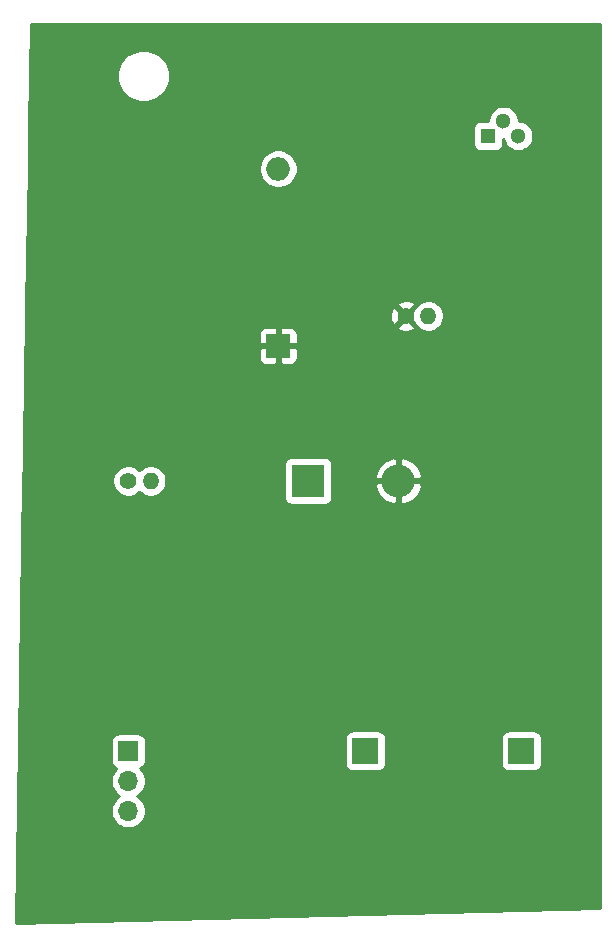
<source format=gbr>
%TF.GenerationSoftware,KiCad,Pcbnew,5.1.10-88a1d61d58~90~ubuntu20.04.1*%
%TF.CreationDate,2021-09-29T11:39:30-04:00*%
%TF.ProjectId,example1,6578616d-706c-4653-912e-6b696361645f,rev?*%
%TF.SameCoordinates,Original*%
%TF.FileFunction,Copper,L1,Top*%
%TF.FilePolarity,Positive*%
%FSLAX46Y46*%
G04 Gerber Fmt 4.6, Leading zero omitted, Abs format (unit mm)*
G04 Created by KiCad (PCBNEW 5.1.10-88a1d61d58~90~ubuntu20.04.1) date 2021-09-29 11:39:30*
%MOMM*%
%LPD*%
G01*
G04 APERTURE LIST*
%TA.AperFunction,ComponentPad*%
%ADD10C,1.400000*%
%TD*%
%TA.AperFunction,ComponentPad*%
%ADD11O,1.400000X1.400000*%
%TD*%
%TA.AperFunction,SMDPad,CuDef*%
%ADD12R,2.200000X2.200000*%
%TD*%
%TA.AperFunction,ComponentPad*%
%ADD13R,2.000000X2.000000*%
%TD*%
%TA.AperFunction,ComponentPad*%
%ADD14O,2.000000X2.000000*%
%TD*%
%TA.AperFunction,ComponentPad*%
%ADD15R,2.800000X2.800000*%
%TD*%
%TA.AperFunction,ComponentPad*%
%ADD16O,2.800000X2.800000*%
%TD*%
%TA.AperFunction,ComponentPad*%
%ADD17R,1.700000X1.700000*%
%TD*%
%TA.AperFunction,ComponentPad*%
%ADD18O,1.700000X1.700000*%
%TD*%
%TA.AperFunction,ComponentPad*%
%ADD19C,1.300000*%
%TD*%
%TA.AperFunction,ComponentPad*%
%ADD20R,1.300000X1.300000*%
%TD*%
%TA.AperFunction,Conductor*%
%ADD21C,0.254000*%
%TD*%
%TA.AperFunction,Conductor*%
%ADD22C,0.100000*%
%TD*%
G04 APERTURE END LIST*
D10*
%TO.P,33k1,1*%
%TO.N,Net-(33k1-Pad1)*%
X925200000Y175260000D03*
D11*
%TO.P,33k1,2*%
%TO.N,Net-(33k1-Pad2)*%
X927100000Y175260000D03*
%TD*%
D12*
%TO.P,BZ1,2*%
%TO.N,Net-(BZ1-Pad2)*%
X934970000Y138430000D03*
%TO.P,BZ1,1*%
%TO.N,Net-(BZ1-Pad1)*%
X921770000Y138430000D03*
%TD*%
D13*
%TO.P,C1,1*%
%TO.N,Net-(33k1-Pad1)*%
X914400000Y172720000D03*
D14*
%TO.P,C1,2*%
%TO.N,Net-(C1-Pad2)*%
X914400000Y187720000D03*
%TD*%
D15*
%TO.P,D1,1*%
%TO.N,Net-(D1-Pad1)*%
X916940000Y161290000D03*
D16*
%TO.P,D1,2*%
%TO.N,Net-(33k1-Pad1)*%
X924560000Y161290000D03*
%TD*%
D17*
%TO.P,J1,1*%
%TO.N,Net-(BZ1-Pad1)*%
X901700000Y138430000D03*
D18*
%TO.P,J1,2*%
%TO.N,Net-(J1-Pad2)*%
X901700000Y135890000D03*
%TO.P,J1,3*%
%TO.N,Net-(J1-Pad3)*%
X901700000Y133350000D03*
%TD*%
D19*
%TO.P,Q1,2*%
%TO.N,Net-(33k1-Pad2)*%
X933460000Y191770000D03*
%TO.P,Q1,3*%
%TO.N,Net-(BZ1-Pad2)*%
X934720000Y190500000D03*
D20*
%TO.P,Q1,1*%
%TO.N,Net-(C1-Pad2)*%
X932180000Y190500000D03*
%TD*%
D11*
%TO.P,TH1,2*%
%TO.N,Net-(D1-Pad1)*%
X903600000Y161290000D03*
D10*
%TO.P,TH1,1*%
%TO.N,Net-(BZ1-Pad1)*%
X901700000Y161290000D03*
%TD*%
D21*
%TO.N,Net-(33k1-Pad1)*%
X941680001Y125103706D02*
X892211186Y123866985D01*
X892463858Y139280000D01*
X900211928Y139280000D01*
X900211928Y137580000D01*
X900224188Y137455518D01*
X900260498Y137335820D01*
X900319463Y137225506D01*
X900398815Y137128815D01*
X900495506Y137049463D01*
X900605820Y136990498D01*
X900678380Y136968487D01*
X900546525Y136836632D01*
X900384010Y136593411D01*
X900272068Y136323158D01*
X900215000Y136036260D01*
X900215000Y135743740D01*
X900272068Y135456842D01*
X900384010Y135186589D01*
X900546525Y134943368D01*
X900753368Y134736525D01*
X900927760Y134620000D01*
X900753368Y134503475D01*
X900546525Y134296632D01*
X900384010Y134053411D01*
X900272068Y133783158D01*
X900215000Y133496260D01*
X900215000Y133203740D01*
X900272068Y132916842D01*
X900384010Y132646589D01*
X900546525Y132403368D01*
X900753368Y132196525D01*
X900996589Y132034010D01*
X901266842Y131922068D01*
X901553740Y131865000D01*
X901846260Y131865000D01*
X902133158Y131922068D01*
X902403411Y132034010D01*
X902646632Y132196525D01*
X902853475Y132403368D01*
X903015990Y132646589D01*
X903127932Y132916842D01*
X903185000Y133203740D01*
X903185000Y133496260D01*
X903127932Y133783158D01*
X903015990Y134053411D01*
X902853475Y134296632D01*
X902646632Y134503475D01*
X902472240Y134620000D01*
X902646632Y134736525D01*
X902853475Y134943368D01*
X903015990Y135186589D01*
X903127932Y135456842D01*
X903185000Y135743740D01*
X903185000Y136036260D01*
X903127932Y136323158D01*
X903015990Y136593411D01*
X902853475Y136836632D01*
X902721620Y136968487D01*
X902794180Y136990498D01*
X902904494Y137049463D01*
X903001185Y137128815D01*
X903080537Y137225506D01*
X903139502Y137335820D01*
X903175812Y137455518D01*
X903188072Y137580000D01*
X903188072Y139280000D01*
X903175812Y139404482D01*
X903139502Y139524180D01*
X903136392Y139530000D01*
X920031928Y139530000D01*
X920031928Y137330000D01*
X920044188Y137205518D01*
X920080498Y137085820D01*
X920139463Y136975506D01*
X920218815Y136878815D01*
X920315506Y136799463D01*
X920425820Y136740498D01*
X920545518Y136704188D01*
X920670000Y136691928D01*
X922870000Y136691928D01*
X922994482Y136704188D01*
X923114180Y136740498D01*
X923224494Y136799463D01*
X923321185Y136878815D01*
X923400537Y136975506D01*
X923459502Y137085820D01*
X923495812Y137205518D01*
X923508072Y137330000D01*
X923508072Y139530000D01*
X933231928Y139530000D01*
X933231928Y137330000D01*
X933244188Y137205518D01*
X933280498Y137085820D01*
X933339463Y136975506D01*
X933418815Y136878815D01*
X933515506Y136799463D01*
X933625820Y136740498D01*
X933745518Y136704188D01*
X933870000Y136691928D01*
X936070000Y136691928D01*
X936194482Y136704188D01*
X936314180Y136740498D01*
X936424494Y136799463D01*
X936521185Y136878815D01*
X936600537Y136975506D01*
X936659502Y137085820D01*
X936695812Y137205518D01*
X936708072Y137330000D01*
X936708072Y139530000D01*
X936695812Y139654482D01*
X936659502Y139774180D01*
X936600537Y139884494D01*
X936521185Y139981185D01*
X936424494Y140060537D01*
X936314180Y140119502D01*
X936194482Y140155812D01*
X936070000Y140168072D01*
X933870000Y140168072D01*
X933745518Y140155812D01*
X933625820Y140119502D01*
X933515506Y140060537D01*
X933418815Y139981185D01*
X933339463Y139884494D01*
X933280498Y139774180D01*
X933244188Y139654482D01*
X933231928Y139530000D01*
X923508072Y139530000D01*
X923495812Y139654482D01*
X923459502Y139774180D01*
X923400537Y139884494D01*
X923321185Y139981185D01*
X923224494Y140060537D01*
X923114180Y140119502D01*
X922994482Y140155812D01*
X922870000Y140168072D01*
X920670000Y140168072D01*
X920545518Y140155812D01*
X920425820Y140119502D01*
X920315506Y140060537D01*
X920218815Y139981185D01*
X920139463Y139884494D01*
X920080498Y139774180D01*
X920044188Y139654482D01*
X920031928Y139530000D01*
X903136392Y139530000D01*
X903080537Y139634494D01*
X903001185Y139731185D01*
X902904494Y139810537D01*
X902794180Y139869502D01*
X902674482Y139905812D01*
X902550000Y139918072D01*
X900850000Y139918072D01*
X900725518Y139905812D01*
X900605820Y139869502D01*
X900495506Y139810537D01*
X900398815Y139731185D01*
X900319463Y139634494D01*
X900260498Y139524180D01*
X900224188Y139404482D01*
X900211928Y139280000D01*
X892463858Y139280000D01*
X892826833Y161421486D01*
X900365000Y161421486D01*
X900365000Y161158514D01*
X900416304Y160900595D01*
X900516939Y160657641D01*
X900663038Y160438987D01*
X900848987Y160253038D01*
X901067641Y160106939D01*
X901310595Y160006304D01*
X901568514Y159955000D01*
X901831486Y159955000D01*
X902089405Y160006304D01*
X902332359Y160106939D01*
X902551013Y160253038D01*
X902650000Y160352025D01*
X902748987Y160253038D01*
X902967641Y160106939D01*
X903210595Y160006304D01*
X903468514Y159955000D01*
X903731486Y159955000D01*
X903989405Y160006304D01*
X904232359Y160106939D01*
X904451013Y160253038D01*
X904636962Y160438987D01*
X904783061Y160657641D01*
X904883696Y160900595D01*
X904935000Y161158514D01*
X904935000Y161421486D01*
X904883696Y161679405D01*
X904783061Y161922359D01*
X904636962Y162141013D01*
X904451013Y162326962D01*
X904232359Y162473061D01*
X903989405Y162573696D01*
X903731486Y162625000D01*
X903468514Y162625000D01*
X903210595Y162573696D01*
X902967641Y162473061D01*
X902748987Y162326962D01*
X902650000Y162227975D01*
X902551013Y162326962D01*
X902332359Y162473061D01*
X902089405Y162573696D01*
X901831486Y162625000D01*
X901568514Y162625000D01*
X901310595Y162573696D01*
X901067641Y162473061D01*
X900848987Y162326962D01*
X900663038Y162141013D01*
X900516939Y161922359D01*
X900416304Y161679405D01*
X900365000Y161421486D01*
X892826833Y161421486D01*
X892847628Y162690000D01*
X914901928Y162690000D01*
X914901928Y159890000D01*
X914914188Y159765518D01*
X914950498Y159645820D01*
X915009463Y159535506D01*
X915088815Y159438815D01*
X915185506Y159359463D01*
X915295820Y159300498D01*
X915415518Y159264188D01*
X915540000Y159251928D01*
X918340000Y159251928D01*
X918464482Y159264188D01*
X918584180Y159300498D01*
X918694494Y159359463D01*
X918791185Y159438815D01*
X918870537Y159535506D01*
X918929502Y159645820D01*
X918965812Y159765518D01*
X918978072Y159890000D01*
X918978072Y160846840D01*
X922573840Y160846840D01*
X922662358Y160555021D01*
X922842208Y160198932D01*
X923088072Y159884772D01*
X923390501Y159624614D01*
X923737873Y159428456D01*
X924116839Y159303836D01*
X924433000Y159417713D01*
X924433000Y161163000D01*
X924687000Y161163000D01*
X924687000Y159417713D01*
X925003161Y159303836D01*
X925382127Y159428456D01*
X925729499Y159624614D01*
X926031928Y159884772D01*
X926277792Y160198932D01*
X926457642Y160555021D01*
X926546160Y160846840D01*
X926431947Y161163000D01*
X924687000Y161163000D01*
X924433000Y161163000D01*
X922688053Y161163000D01*
X922573840Y160846840D01*
X918978072Y160846840D01*
X918978072Y161733160D01*
X922573840Y161733160D01*
X922688053Y161417000D01*
X924433000Y161417000D01*
X924433000Y163162287D01*
X924687000Y163162287D01*
X924687000Y161417000D01*
X926431947Y161417000D01*
X926546160Y161733160D01*
X926457642Y162024979D01*
X926277792Y162381068D01*
X926031928Y162695228D01*
X925729499Y162955386D01*
X925382127Y163151544D01*
X925003161Y163276164D01*
X924687000Y163162287D01*
X924433000Y163162287D01*
X924116839Y163276164D01*
X923737873Y163151544D01*
X923390501Y162955386D01*
X923088072Y162695228D01*
X922842208Y162381068D01*
X922662358Y162024979D01*
X922573840Y161733160D01*
X918978072Y161733160D01*
X918978072Y162690000D01*
X918965812Y162814482D01*
X918929502Y162934180D01*
X918870537Y163044494D01*
X918791185Y163141185D01*
X918694494Y163220537D01*
X918584180Y163279502D01*
X918464482Y163315812D01*
X918340000Y163328072D01*
X915540000Y163328072D01*
X915415518Y163315812D01*
X915295820Y163279502D01*
X915185506Y163220537D01*
X915088815Y163141185D01*
X915009463Y163044494D01*
X914950498Y162934180D01*
X914914188Y162814482D01*
X914901928Y162690000D01*
X892847628Y162690000D01*
X892995661Y171720000D01*
X912761928Y171720000D01*
X912774188Y171595518D01*
X912810498Y171475820D01*
X912869463Y171365506D01*
X912948815Y171268815D01*
X913045506Y171189463D01*
X913155820Y171130498D01*
X913275518Y171094188D01*
X913400000Y171081928D01*
X914114250Y171085000D01*
X914273000Y171243750D01*
X914273000Y172593000D01*
X914527000Y172593000D01*
X914527000Y171243750D01*
X914685750Y171085000D01*
X915400000Y171081928D01*
X915524482Y171094188D01*
X915644180Y171130498D01*
X915754494Y171189463D01*
X915851185Y171268815D01*
X915930537Y171365506D01*
X915989502Y171475820D01*
X916025812Y171595518D01*
X916038072Y171720000D01*
X916035000Y172434250D01*
X915876250Y172593000D01*
X914527000Y172593000D01*
X914273000Y172593000D01*
X912923750Y172593000D01*
X912765000Y172434250D01*
X912761928Y171720000D01*
X892995661Y171720000D01*
X893028447Y173720000D01*
X912761928Y173720000D01*
X912765000Y173005750D01*
X912923750Y172847000D01*
X914273000Y172847000D01*
X914273000Y174196250D01*
X914527000Y174196250D01*
X914527000Y172847000D01*
X915876250Y172847000D01*
X916035000Y173005750D01*
X916038072Y173720000D01*
X916025812Y173844482D01*
X915989502Y173964180D01*
X915930537Y174074494D01*
X915851185Y174171185D01*
X915754494Y174250537D01*
X915644180Y174309502D01*
X915547825Y174338731D01*
X924458336Y174338731D01*
X924517797Y174104963D01*
X924756242Y173994066D01*
X925011740Y173931817D01*
X925274473Y173920610D01*
X925534344Y173960875D01*
X925781366Y174051065D01*
X925882203Y174104963D01*
X925941664Y174338731D01*
X925200000Y175080395D01*
X924458336Y174338731D01*
X915547825Y174338731D01*
X915524482Y174345812D01*
X915400000Y174358072D01*
X914685750Y174355000D01*
X914527000Y174196250D01*
X914273000Y174196250D01*
X914114250Y174355000D01*
X913400000Y174358072D01*
X913275518Y174345812D01*
X913155820Y174309502D01*
X913045506Y174250537D01*
X912948815Y174171185D01*
X912869463Y174074494D01*
X912810498Y173964180D01*
X912774188Y173844482D01*
X912761928Y173720000D01*
X893028447Y173720000D01*
X893052472Y175185527D01*
X923860610Y175185527D01*
X923900875Y174925656D01*
X923991065Y174678634D01*
X924044963Y174577797D01*
X924278731Y174518336D01*
X925020395Y175260000D01*
X925379605Y175260000D01*
X925849746Y174789859D01*
X925916939Y174627641D01*
X926063038Y174408987D01*
X926248987Y174223038D01*
X926467641Y174076939D01*
X926710595Y173976304D01*
X926968514Y173925000D01*
X927231486Y173925000D01*
X927489405Y173976304D01*
X927732359Y174076939D01*
X927951013Y174223038D01*
X928136962Y174408987D01*
X928283061Y174627641D01*
X928383696Y174870595D01*
X928435000Y175128514D01*
X928435000Y175391486D01*
X928383696Y175649405D01*
X928283061Y175892359D01*
X928136962Y176111013D01*
X927951013Y176296962D01*
X927732359Y176443061D01*
X927489405Y176543696D01*
X927231486Y176595000D01*
X926968514Y176595000D01*
X926710595Y176543696D01*
X926467641Y176443061D01*
X926248987Y176296962D01*
X926063038Y176111013D01*
X925916939Y175892359D01*
X925849746Y175730141D01*
X925379605Y175260000D01*
X925020395Y175260000D01*
X924278731Y176001664D01*
X924044963Y175942203D01*
X923934066Y175703758D01*
X923871817Y175448260D01*
X923860610Y175185527D01*
X893052472Y175185527D01*
X893068795Y176181269D01*
X924458336Y176181269D01*
X925200000Y175439605D01*
X925941664Y176181269D01*
X925882203Y176415037D01*
X925643758Y176525934D01*
X925388260Y176588183D01*
X925125527Y176599390D01*
X924865656Y176559125D01*
X924618634Y176468935D01*
X924517797Y176415037D01*
X924458336Y176181269D01*
X893068795Y176181269D01*
X893260595Y187881033D01*
X912765000Y187881033D01*
X912765000Y187558967D01*
X912827832Y187243088D01*
X912951082Y186945537D01*
X913130013Y186677748D01*
X913357748Y186450013D01*
X913625537Y186271082D01*
X913923088Y186147832D01*
X914238967Y186085000D01*
X914561033Y186085000D01*
X914876912Y186147832D01*
X915174463Y186271082D01*
X915442252Y186450013D01*
X915669987Y186677748D01*
X915848918Y186945537D01*
X915972168Y187243088D01*
X916035000Y187558967D01*
X916035000Y187881033D01*
X915972168Y188196912D01*
X915848918Y188494463D01*
X915669987Y188762252D01*
X915442252Y188989987D01*
X915174463Y189168918D01*
X914876912Y189292168D01*
X914561033Y189355000D01*
X914238967Y189355000D01*
X913923088Y189292168D01*
X913625537Y189168918D01*
X913357748Y188989987D01*
X913130013Y188762252D01*
X912951082Y188494463D01*
X912827832Y188196912D01*
X912765000Y187881033D01*
X893260595Y187881033D01*
X893314184Y191150000D01*
X930891928Y191150000D01*
X930891928Y189850000D01*
X930904188Y189725518D01*
X930940498Y189605820D01*
X930999463Y189495506D01*
X931078815Y189398815D01*
X931175506Y189319463D01*
X931285820Y189260498D01*
X931405518Y189224188D01*
X931530000Y189211928D01*
X932830000Y189211928D01*
X932954482Y189224188D01*
X933074180Y189260498D01*
X933184494Y189319463D01*
X933281185Y189398815D01*
X933360537Y189495506D01*
X933419502Y189605820D01*
X933455812Y189725518D01*
X933468072Y189850000D01*
X933468072Y190207172D01*
X933484381Y190125179D01*
X933581247Y189891324D01*
X933721875Y189680860D01*
X933900860Y189501875D01*
X934111324Y189361247D01*
X934345179Y189264381D01*
X934593439Y189215000D01*
X934846561Y189215000D01*
X935094821Y189264381D01*
X935328676Y189361247D01*
X935539140Y189501875D01*
X935718125Y189680860D01*
X935858753Y189891324D01*
X935955619Y190125179D01*
X936005000Y190373439D01*
X936005000Y190626561D01*
X935955619Y190874821D01*
X935858753Y191108676D01*
X935718125Y191319140D01*
X935539140Y191498125D01*
X935328676Y191638753D01*
X935094821Y191735619D01*
X934846561Y191785000D01*
X934745000Y191785000D01*
X934745000Y191896561D01*
X934695619Y192144821D01*
X934598753Y192378676D01*
X934458125Y192589140D01*
X934279140Y192768125D01*
X934068676Y192908753D01*
X933834821Y193005619D01*
X933586561Y193055000D01*
X933333439Y193055000D01*
X933085179Y193005619D01*
X932851324Y192908753D01*
X932640860Y192768125D01*
X932461875Y192589140D01*
X932321247Y192378676D01*
X932224381Y192144821D01*
X932175000Y191896561D01*
X932175000Y191788072D01*
X931530000Y191788072D01*
X931405518Y191775812D01*
X931285820Y191739502D01*
X931175506Y191680537D01*
X931078815Y191601185D01*
X930999463Y191504494D01*
X930940498Y191394180D01*
X930904188Y191274482D01*
X930891928Y191150000D01*
X893314184Y191150000D01*
X893390417Y195800128D01*
X900735000Y195800128D01*
X900735000Y195359872D01*
X900820890Y194928075D01*
X900989369Y194521331D01*
X901233962Y194155271D01*
X901545271Y193843962D01*
X901911331Y193599369D01*
X902318075Y193430890D01*
X902749872Y193345000D01*
X903190128Y193345000D01*
X903621925Y193430890D01*
X904028669Y193599369D01*
X904394729Y193843962D01*
X904706038Y194155271D01*
X904950631Y194521331D01*
X905119110Y194928075D01*
X905205000Y195359872D01*
X905205000Y195800128D01*
X905119110Y196231925D01*
X904950631Y196638669D01*
X904706038Y197004729D01*
X904394729Y197316038D01*
X904028669Y197560631D01*
X903621925Y197729110D01*
X903190128Y197815000D01*
X902749872Y197815000D01*
X902318075Y197729110D01*
X901911331Y197560631D01*
X901545271Y197316038D01*
X901233962Y197004729D01*
X900989369Y196638669D01*
X900820890Y196231925D01*
X900735000Y195800128D01*
X893390417Y195800128D01*
X893459268Y200000000D01*
X941680000Y200000000D01*
X941680001Y125103706D01*
%TA.AperFunction,Conductor*%
D22*
G36*
X941680001Y125103706D02*
G01*
X892211186Y123866985D01*
X892463858Y139280000D01*
X900211928Y139280000D01*
X900211928Y137580000D01*
X900224188Y137455518D01*
X900260498Y137335820D01*
X900319463Y137225506D01*
X900398815Y137128815D01*
X900495506Y137049463D01*
X900605820Y136990498D01*
X900678380Y136968487D01*
X900546525Y136836632D01*
X900384010Y136593411D01*
X900272068Y136323158D01*
X900215000Y136036260D01*
X900215000Y135743740D01*
X900272068Y135456842D01*
X900384010Y135186589D01*
X900546525Y134943368D01*
X900753368Y134736525D01*
X900927760Y134620000D01*
X900753368Y134503475D01*
X900546525Y134296632D01*
X900384010Y134053411D01*
X900272068Y133783158D01*
X900215000Y133496260D01*
X900215000Y133203740D01*
X900272068Y132916842D01*
X900384010Y132646589D01*
X900546525Y132403368D01*
X900753368Y132196525D01*
X900996589Y132034010D01*
X901266842Y131922068D01*
X901553740Y131865000D01*
X901846260Y131865000D01*
X902133158Y131922068D01*
X902403411Y132034010D01*
X902646632Y132196525D01*
X902853475Y132403368D01*
X903015990Y132646589D01*
X903127932Y132916842D01*
X903185000Y133203740D01*
X903185000Y133496260D01*
X903127932Y133783158D01*
X903015990Y134053411D01*
X902853475Y134296632D01*
X902646632Y134503475D01*
X902472240Y134620000D01*
X902646632Y134736525D01*
X902853475Y134943368D01*
X903015990Y135186589D01*
X903127932Y135456842D01*
X903185000Y135743740D01*
X903185000Y136036260D01*
X903127932Y136323158D01*
X903015990Y136593411D01*
X902853475Y136836632D01*
X902721620Y136968487D01*
X902794180Y136990498D01*
X902904494Y137049463D01*
X903001185Y137128815D01*
X903080537Y137225506D01*
X903139502Y137335820D01*
X903175812Y137455518D01*
X903188072Y137580000D01*
X903188072Y139280000D01*
X903175812Y139404482D01*
X903139502Y139524180D01*
X903136392Y139530000D01*
X920031928Y139530000D01*
X920031928Y137330000D01*
X920044188Y137205518D01*
X920080498Y137085820D01*
X920139463Y136975506D01*
X920218815Y136878815D01*
X920315506Y136799463D01*
X920425820Y136740498D01*
X920545518Y136704188D01*
X920670000Y136691928D01*
X922870000Y136691928D01*
X922994482Y136704188D01*
X923114180Y136740498D01*
X923224494Y136799463D01*
X923321185Y136878815D01*
X923400537Y136975506D01*
X923459502Y137085820D01*
X923495812Y137205518D01*
X923508072Y137330000D01*
X923508072Y139530000D01*
X933231928Y139530000D01*
X933231928Y137330000D01*
X933244188Y137205518D01*
X933280498Y137085820D01*
X933339463Y136975506D01*
X933418815Y136878815D01*
X933515506Y136799463D01*
X933625820Y136740498D01*
X933745518Y136704188D01*
X933870000Y136691928D01*
X936070000Y136691928D01*
X936194482Y136704188D01*
X936314180Y136740498D01*
X936424494Y136799463D01*
X936521185Y136878815D01*
X936600537Y136975506D01*
X936659502Y137085820D01*
X936695812Y137205518D01*
X936708072Y137330000D01*
X936708072Y139530000D01*
X936695812Y139654482D01*
X936659502Y139774180D01*
X936600537Y139884494D01*
X936521185Y139981185D01*
X936424494Y140060537D01*
X936314180Y140119502D01*
X936194482Y140155812D01*
X936070000Y140168072D01*
X933870000Y140168072D01*
X933745518Y140155812D01*
X933625820Y140119502D01*
X933515506Y140060537D01*
X933418815Y139981185D01*
X933339463Y139884494D01*
X933280498Y139774180D01*
X933244188Y139654482D01*
X933231928Y139530000D01*
X923508072Y139530000D01*
X923495812Y139654482D01*
X923459502Y139774180D01*
X923400537Y139884494D01*
X923321185Y139981185D01*
X923224494Y140060537D01*
X923114180Y140119502D01*
X922994482Y140155812D01*
X922870000Y140168072D01*
X920670000Y140168072D01*
X920545518Y140155812D01*
X920425820Y140119502D01*
X920315506Y140060537D01*
X920218815Y139981185D01*
X920139463Y139884494D01*
X920080498Y139774180D01*
X920044188Y139654482D01*
X920031928Y139530000D01*
X903136392Y139530000D01*
X903080537Y139634494D01*
X903001185Y139731185D01*
X902904494Y139810537D01*
X902794180Y139869502D01*
X902674482Y139905812D01*
X902550000Y139918072D01*
X900850000Y139918072D01*
X900725518Y139905812D01*
X900605820Y139869502D01*
X900495506Y139810537D01*
X900398815Y139731185D01*
X900319463Y139634494D01*
X900260498Y139524180D01*
X900224188Y139404482D01*
X900211928Y139280000D01*
X892463858Y139280000D01*
X892826833Y161421486D01*
X900365000Y161421486D01*
X900365000Y161158514D01*
X900416304Y160900595D01*
X900516939Y160657641D01*
X900663038Y160438987D01*
X900848987Y160253038D01*
X901067641Y160106939D01*
X901310595Y160006304D01*
X901568514Y159955000D01*
X901831486Y159955000D01*
X902089405Y160006304D01*
X902332359Y160106939D01*
X902551013Y160253038D01*
X902650000Y160352025D01*
X902748987Y160253038D01*
X902967641Y160106939D01*
X903210595Y160006304D01*
X903468514Y159955000D01*
X903731486Y159955000D01*
X903989405Y160006304D01*
X904232359Y160106939D01*
X904451013Y160253038D01*
X904636962Y160438987D01*
X904783061Y160657641D01*
X904883696Y160900595D01*
X904935000Y161158514D01*
X904935000Y161421486D01*
X904883696Y161679405D01*
X904783061Y161922359D01*
X904636962Y162141013D01*
X904451013Y162326962D01*
X904232359Y162473061D01*
X903989405Y162573696D01*
X903731486Y162625000D01*
X903468514Y162625000D01*
X903210595Y162573696D01*
X902967641Y162473061D01*
X902748987Y162326962D01*
X902650000Y162227975D01*
X902551013Y162326962D01*
X902332359Y162473061D01*
X902089405Y162573696D01*
X901831486Y162625000D01*
X901568514Y162625000D01*
X901310595Y162573696D01*
X901067641Y162473061D01*
X900848987Y162326962D01*
X900663038Y162141013D01*
X900516939Y161922359D01*
X900416304Y161679405D01*
X900365000Y161421486D01*
X892826833Y161421486D01*
X892847628Y162690000D01*
X914901928Y162690000D01*
X914901928Y159890000D01*
X914914188Y159765518D01*
X914950498Y159645820D01*
X915009463Y159535506D01*
X915088815Y159438815D01*
X915185506Y159359463D01*
X915295820Y159300498D01*
X915415518Y159264188D01*
X915540000Y159251928D01*
X918340000Y159251928D01*
X918464482Y159264188D01*
X918584180Y159300498D01*
X918694494Y159359463D01*
X918791185Y159438815D01*
X918870537Y159535506D01*
X918929502Y159645820D01*
X918965812Y159765518D01*
X918978072Y159890000D01*
X918978072Y160846840D01*
X922573840Y160846840D01*
X922662358Y160555021D01*
X922842208Y160198932D01*
X923088072Y159884772D01*
X923390501Y159624614D01*
X923737873Y159428456D01*
X924116839Y159303836D01*
X924433000Y159417713D01*
X924433000Y161163000D01*
X924687000Y161163000D01*
X924687000Y159417713D01*
X925003161Y159303836D01*
X925382127Y159428456D01*
X925729499Y159624614D01*
X926031928Y159884772D01*
X926277792Y160198932D01*
X926457642Y160555021D01*
X926546160Y160846840D01*
X926431947Y161163000D01*
X924687000Y161163000D01*
X924433000Y161163000D01*
X922688053Y161163000D01*
X922573840Y160846840D01*
X918978072Y160846840D01*
X918978072Y161733160D01*
X922573840Y161733160D01*
X922688053Y161417000D01*
X924433000Y161417000D01*
X924433000Y163162287D01*
X924687000Y163162287D01*
X924687000Y161417000D01*
X926431947Y161417000D01*
X926546160Y161733160D01*
X926457642Y162024979D01*
X926277792Y162381068D01*
X926031928Y162695228D01*
X925729499Y162955386D01*
X925382127Y163151544D01*
X925003161Y163276164D01*
X924687000Y163162287D01*
X924433000Y163162287D01*
X924116839Y163276164D01*
X923737873Y163151544D01*
X923390501Y162955386D01*
X923088072Y162695228D01*
X922842208Y162381068D01*
X922662358Y162024979D01*
X922573840Y161733160D01*
X918978072Y161733160D01*
X918978072Y162690000D01*
X918965812Y162814482D01*
X918929502Y162934180D01*
X918870537Y163044494D01*
X918791185Y163141185D01*
X918694494Y163220537D01*
X918584180Y163279502D01*
X918464482Y163315812D01*
X918340000Y163328072D01*
X915540000Y163328072D01*
X915415518Y163315812D01*
X915295820Y163279502D01*
X915185506Y163220537D01*
X915088815Y163141185D01*
X915009463Y163044494D01*
X914950498Y162934180D01*
X914914188Y162814482D01*
X914901928Y162690000D01*
X892847628Y162690000D01*
X892995661Y171720000D01*
X912761928Y171720000D01*
X912774188Y171595518D01*
X912810498Y171475820D01*
X912869463Y171365506D01*
X912948815Y171268815D01*
X913045506Y171189463D01*
X913155820Y171130498D01*
X913275518Y171094188D01*
X913400000Y171081928D01*
X914114250Y171085000D01*
X914273000Y171243750D01*
X914273000Y172593000D01*
X914527000Y172593000D01*
X914527000Y171243750D01*
X914685750Y171085000D01*
X915400000Y171081928D01*
X915524482Y171094188D01*
X915644180Y171130498D01*
X915754494Y171189463D01*
X915851185Y171268815D01*
X915930537Y171365506D01*
X915989502Y171475820D01*
X916025812Y171595518D01*
X916038072Y171720000D01*
X916035000Y172434250D01*
X915876250Y172593000D01*
X914527000Y172593000D01*
X914273000Y172593000D01*
X912923750Y172593000D01*
X912765000Y172434250D01*
X912761928Y171720000D01*
X892995661Y171720000D01*
X893028447Y173720000D01*
X912761928Y173720000D01*
X912765000Y173005750D01*
X912923750Y172847000D01*
X914273000Y172847000D01*
X914273000Y174196250D01*
X914527000Y174196250D01*
X914527000Y172847000D01*
X915876250Y172847000D01*
X916035000Y173005750D01*
X916038072Y173720000D01*
X916025812Y173844482D01*
X915989502Y173964180D01*
X915930537Y174074494D01*
X915851185Y174171185D01*
X915754494Y174250537D01*
X915644180Y174309502D01*
X915547825Y174338731D01*
X924458336Y174338731D01*
X924517797Y174104963D01*
X924756242Y173994066D01*
X925011740Y173931817D01*
X925274473Y173920610D01*
X925534344Y173960875D01*
X925781366Y174051065D01*
X925882203Y174104963D01*
X925941664Y174338731D01*
X925200000Y175080395D01*
X924458336Y174338731D01*
X915547825Y174338731D01*
X915524482Y174345812D01*
X915400000Y174358072D01*
X914685750Y174355000D01*
X914527000Y174196250D01*
X914273000Y174196250D01*
X914114250Y174355000D01*
X913400000Y174358072D01*
X913275518Y174345812D01*
X913155820Y174309502D01*
X913045506Y174250537D01*
X912948815Y174171185D01*
X912869463Y174074494D01*
X912810498Y173964180D01*
X912774188Y173844482D01*
X912761928Y173720000D01*
X893028447Y173720000D01*
X893052472Y175185527D01*
X923860610Y175185527D01*
X923900875Y174925656D01*
X923991065Y174678634D01*
X924044963Y174577797D01*
X924278731Y174518336D01*
X925020395Y175260000D01*
X925379605Y175260000D01*
X925849746Y174789859D01*
X925916939Y174627641D01*
X926063038Y174408987D01*
X926248987Y174223038D01*
X926467641Y174076939D01*
X926710595Y173976304D01*
X926968514Y173925000D01*
X927231486Y173925000D01*
X927489405Y173976304D01*
X927732359Y174076939D01*
X927951013Y174223038D01*
X928136962Y174408987D01*
X928283061Y174627641D01*
X928383696Y174870595D01*
X928435000Y175128514D01*
X928435000Y175391486D01*
X928383696Y175649405D01*
X928283061Y175892359D01*
X928136962Y176111013D01*
X927951013Y176296962D01*
X927732359Y176443061D01*
X927489405Y176543696D01*
X927231486Y176595000D01*
X926968514Y176595000D01*
X926710595Y176543696D01*
X926467641Y176443061D01*
X926248987Y176296962D01*
X926063038Y176111013D01*
X925916939Y175892359D01*
X925849746Y175730141D01*
X925379605Y175260000D01*
X925020395Y175260000D01*
X924278731Y176001664D01*
X924044963Y175942203D01*
X923934066Y175703758D01*
X923871817Y175448260D01*
X923860610Y175185527D01*
X893052472Y175185527D01*
X893068795Y176181269D01*
X924458336Y176181269D01*
X925200000Y175439605D01*
X925941664Y176181269D01*
X925882203Y176415037D01*
X925643758Y176525934D01*
X925388260Y176588183D01*
X925125527Y176599390D01*
X924865656Y176559125D01*
X924618634Y176468935D01*
X924517797Y176415037D01*
X924458336Y176181269D01*
X893068795Y176181269D01*
X893260595Y187881033D01*
X912765000Y187881033D01*
X912765000Y187558967D01*
X912827832Y187243088D01*
X912951082Y186945537D01*
X913130013Y186677748D01*
X913357748Y186450013D01*
X913625537Y186271082D01*
X913923088Y186147832D01*
X914238967Y186085000D01*
X914561033Y186085000D01*
X914876912Y186147832D01*
X915174463Y186271082D01*
X915442252Y186450013D01*
X915669987Y186677748D01*
X915848918Y186945537D01*
X915972168Y187243088D01*
X916035000Y187558967D01*
X916035000Y187881033D01*
X915972168Y188196912D01*
X915848918Y188494463D01*
X915669987Y188762252D01*
X915442252Y188989987D01*
X915174463Y189168918D01*
X914876912Y189292168D01*
X914561033Y189355000D01*
X914238967Y189355000D01*
X913923088Y189292168D01*
X913625537Y189168918D01*
X913357748Y188989987D01*
X913130013Y188762252D01*
X912951082Y188494463D01*
X912827832Y188196912D01*
X912765000Y187881033D01*
X893260595Y187881033D01*
X893314184Y191150000D01*
X930891928Y191150000D01*
X930891928Y189850000D01*
X930904188Y189725518D01*
X930940498Y189605820D01*
X930999463Y189495506D01*
X931078815Y189398815D01*
X931175506Y189319463D01*
X931285820Y189260498D01*
X931405518Y189224188D01*
X931530000Y189211928D01*
X932830000Y189211928D01*
X932954482Y189224188D01*
X933074180Y189260498D01*
X933184494Y189319463D01*
X933281185Y189398815D01*
X933360537Y189495506D01*
X933419502Y189605820D01*
X933455812Y189725518D01*
X933468072Y189850000D01*
X933468072Y190207172D01*
X933484381Y190125179D01*
X933581247Y189891324D01*
X933721875Y189680860D01*
X933900860Y189501875D01*
X934111324Y189361247D01*
X934345179Y189264381D01*
X934593439Y189215000D01*
X934846561Y189215000D01*
X935094821Y189264381D01*
X935328676Y189361247D01*
X935539140Y189501875D01*
X935718125Y189680860D01*
X935858753Y189891324D01*
X935955619Y190125179D01*
X936005000Y190373439D01*
X936005000Y190626561D01*
X935955619Y190874821D01*
X935858753Y191108676D01*
X935718125Y191319140D01*
X935539140Y191498125D01*
X935328676Y191638753D01*
X935094821Y191735619D01*
X934846561Y191785000D01*
X934745000Y191785000D01*
X934745000Y191896561D01*
X934695619Y192144821D01*
X934598753Y192378676D01*
X934458125Y192589140D01*
X934279140Y192768125D01*
X934068676Y192908753D01*
X933834821Y193005619D01*
X933586561Y193055000D01*
X933333439Y193055000D01*
X933085179Y193005619D01*
X932851324Y192908753D01*
X932640860Y192768125D01*
X932461875Y192589140D01*
X932321247Y192378676D01*
X932224381Y192144821D01*
X932175000Y191896561D01*
X932175000Y191788072D01*
X931530000Y191788072D01*
X931405518Y191775812D01*
X931285820Y191739502D01*
X931175506Y191680537D01*
X931078815Y191601185D01*
X930999463Y191504494D01*
X930940498Y191394180D01*
X930904188Y191274482D01*
X930891928Y191150000D01*
X893314184Y191150000D01*
X893390417Y195800128D01*
X900735000Y195800128D01*
X900735000Y195359872D01*
X900820890Y194928075D01*
X900989369Y194521331D01*
X901233962Y194155271D01*
X901545271Y193843962D01*
X901911331Y193599369D01*
X902318075Y193430890D01*
X902749872Y193345000D01*
X903190128Y193345000D01*
X903621925Y193430890D01*
X904028669Y193599369D01*
X904394729Y193843962D01*
X904706038Y194155271D01*
X904950631Y194521331D01*
X905119110Y194928075D01*
X905205000Y195359872D01*
X905205000Y195800128D01*
X905119110Y196231925D01*
X904950631Y196638669D01*
X904706038Y197004729D01*
X904394729Y197316038D01*
X904028669Y197560631D01*
X903621925Y197729110D01*
X903190128Y197815000D01*
X902749872Y197815000D01*
X902318075Y197729110D01*
X901911331Y197560631D01*
X901545271Y197316038D01*
X901233962Y197004729D01*
X900989369Y196638669D01*
X900820890Y196231925D01*
X900735000Y195800128D01*
X893390417Y195800128D01*
X893459268Y200000000D01*
X941680000Y200000000D01*
X941680001Y125103706D01*
G37*
%TD.AperFunction*%
%TD*%
M02*

</source>
